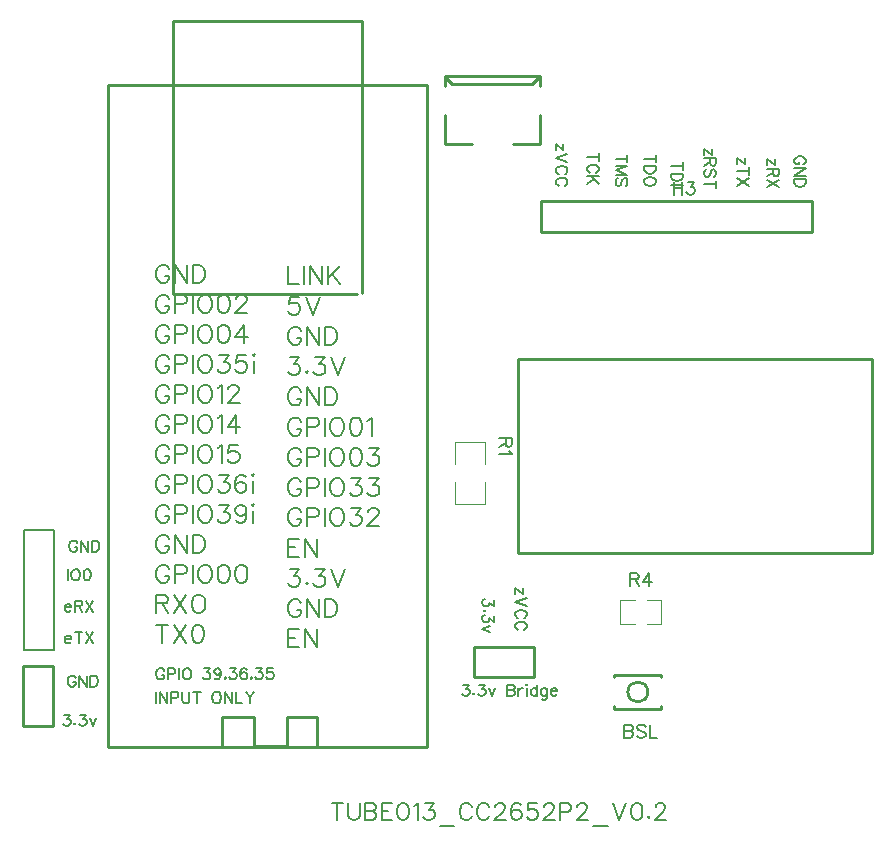
<source format=gto>
G04 Layer: TopSilkLayer*
G04 EasyEDA v6.4.14, 2021-01-21T23:56:56--5:00*
G04 aa685b108e8c4aaab1d0ece7fbf10bdb,7db2125e4611476bb2993bf99425ef50,10*
G04 Gerber Generator version 0.2*
G04 Scale: 100 percent, Rotated: No, Reflected: No *
G04 Dimensions in millimeters *
G04 leading zeros omitted , absolute positions ,4 integer and 5 decimal *
%FSLAX45Y45*%
%MOMM*%

%ADD10C,0.2540*%
%ADD28C,0.0508*%
%ADD29C,0.2032*%
%ADD30C,0.2030*%
%ADD31C,0.1524*%

%LPD*%
D29*
X2854652Y364683D02*
G01*
X2854652Y221427D01*
X2806900Y364683D02*
G01*
X2902404Y364683D01*
X2947362Y364683D02*
G01*
X2947362Y262321D01*
X2954220Y242001D01*
X2967682Y228285D01*
X2988256Y221427D01*
X3001972Y221427D01*
X3022292Y228285D01*
X3036008Y242001D01*
X3042866Y262321D01*
X3042866Y364683D01*
X3087824Y364683D02*
G01*
X3087824Y221427D01*
X3087824Y364683D02*
G01*
X3149292Y364683D01*
X3169612Y357825D01*
X3176470Y350967D01*
X3183328Y337505D01*
X3183328Y323789D01*
X3176470Y310073D01*
X3169612Y303215D01*
X3149292Y296357D01*
X3087824Y296357D02*
G01*
X3149292Y296357D01*
X3169612Y289753D01*
X3176470Y282895D01*
X3183328Y269179D01*
X3183328Y248859D01*
X3176470Y235143D01*
X3169612Y228285D01*
X3149292Y221427D01*
X3087824Y221427D01*
X3228286Y364683D02*
G01*
X3228286Y221427D01*
X3228286Y364683D02*
G01*
X3316932Y364683D01*
X3228286Y296357D02*
G01*
X3282896Y296357D01*
X3228286Y221427D02*
G01*
X3316932Y221427D01*
X3402784Y364683D02*
G01*
X3382464Y357825D01*
X3368748Y337505D01*
X3361890Y303215D01*
X3361890Y282895D01*
X3368748Y248859D01*
X3382464Y228285D01*
X3402784Y221427D01*
X3416500Y221427D01*
X3436820Y228285D01*
X3450536Y248859D01*
X3457394Y282895D01*
X3457394Y303215D01*
X3450536Y337505D01*
X3436820Y357825D01*
X3416500Y364683D01*
X3402784Y364683D01*
X3502352Y337505D02*
G01*
X3516068Y344109D01*
X3536388Y364683D01*
X3536388Y221427D01*
X3595062Y364683D02*
G01*
X3669992Y364683D01*
X3629098Y310073D01*
X3649672Y310073D01*
X3663388Y303215D01*
X3669992Y296357D01*
X3676850Y276037D01*
X3676850Y262321D01*
X3669992Y242001D01*
X3656530Y228285D01*
X3635956Y221427D01*
X3615636Y221427D01*
X3595062Y228285D01*
X3588204Y235143D01*
X3581346Y248859D01*
X3721808Y173675D02*
G01*
X3844744Y173675D01*
X3991810Y330647D02*
G01*
X3985206Y344109D01*
X3971490Y357825D01*
X3957774Y364683D01*
X3930596Y364683D01*
X3916880Y357825D01*
X3903164Y344109D01*
X3896560Y330647D01*
X3889702Y310073D01*
X3889702Y276037D01*
X3896560Y255463D01*
X3903164Y242001D01*
X3916880Y228285D01*
X3930596Y221427D01*
X3957774Y221427D01*
X3971490Y228285D01*
X3985206Y242001D01*
X3991810Y255463D01*
X4139130Y330647D02*
G01*
X4132272Y344109D01*
X4118810Y357825D01*
X4105094Y364683D01*
X4077916Y364683D01*
X4064200Y357825D01*
X4050484Y344109D01*
X4043626Y330647D01*
X4037022Y310073D01*
X4037022Y276037D01*
X4043626Y255463D01*
X4050484Y242001D01*
X4064200Y228285D01*
X4077916Y221427D01*
X4105094Y221427D01*
X4118810Y228285D01*
X4132272Y242001D01*
X4139130Y255463D01*
X4190946Y330647D02*
G01*
X4190946Y337505D01*
X4197804Y350967D01*
X4204662Y357825D01*
X4218378Y364683D01*
X4245556Y364683D01*
X4259272Y357825D01*
X4265876Y350967D01*
X4272734Y337505D01*
X4272734Y323789D01*
X4265876Y310073D01*
X4252414Y289753D01*
X4184088Y221427D01*
X4279592Y221427D01*
X4406338Y344109D02*
G01*
X4399734Y357825D01*
X4379160Y364683D01*
X4365444Y364683D01*
X4345124Y357825D01*
X4331408Y337505D01*
X4324550Y303215D01*
X4324550Y269179D01*
X4331408Y242001D01*
X4345124Y228285D01*
X4365444Y221427D01*
X4372302Y221427D01*
X4392876Y228285D01*
X4406338Y242001D01*
X4413196Y262321D01*
X4413196Y269179D01*
X4406338Y289753D01*
X4392876Y303215D01*
X4372302Y310073D01*
X4365444Y310073D01*
X4345124Y303215D01*
X4331408Y289753D01*
X4324550Y269179D01*
X4540196Y364683D02*
G01*
X4471870Y364683D01*
X4465012Y303215D01*
X4471870Y310073D01*
X4492444Y316931D01*
X4512764Y316931D01*
X4533338Y310073D01*
X4546800Y296357D01*
X4553658Y276037D01*
X4553658Y262321D01*
X4546800Y242001D01*
X4533338Y228285D01*
X4512764Y221427D01*
X4492444Y221427D01*
X4471870Y228285D01*
X4465012Y235143D01*
X4458154Y248859D01*
X4605474Y330647D02*
G01*
X4605474Y337505D01*
X4612332Y350967D01*
X4619190Y357825D01*
X4632906Y364683D01*
X4660084Y364683D01*
X4673800Y357825D01*
X4680658Y350967D01*
X4687262Y337505D01*
X4687262Y323789D01*
X4680658Y310073D01*
X4666942Y289753D01*
X4598616Y221427D01*
X4694120Y221427D01*
X4739078Y364683D02*
G01*
X4739078Y221427D01*
X4739078Y364683D02*
G01*
X4800546Y364683D01*
X4820866Y357825D01*
X4827724Y350967D01*
X4834582Y337505D01*
X4834582Y316931D01*
X4827724Y303215D01*
X4820866Y296357D01*
X4800546Y289753D01*
X4739078Y289753D01*
X4886398Y330647D02*
G01*
X4886398Y337505D01*
X4893256Y350967D01*
X4900114Y357825D01*
X4913830Y364683D01*
X4941008Y364683D01*
X4954724Y357825D01*
X4961328Y350967D01*
X4968186Y337505D01*
X4968186Y323789D01*
X4961328Y310073D01*
X4947866Y289753D01*
X4879540Y221427D01*
X4975044Y221427D01*
X5020002Y173675D02*
G01*
X5142684Y173675D01*
X5187896Y364683D02*
G01*
X5242252Y221427D01*
X5296862Y364683D02*
G01*
X5242252Y221427D01*
X5382714Y364683D02*
G01*
X5362394Y357825D01*
X5348678Y337505D01*
X5341820Y303215D01*
X5341820Y282895D01*
X5348678Y248859D01*
X5362394Y228285D01*
X5382714Y221427D01*
X5396430Y221427D01*
X5417004Y228285D01*
X5430466Y248859D01*
X5437324Y282895D01*
X5437324Y303215D01*
X5430466Y337505D01*
X5417004Y357825D01*
X5396430Y364683D01*
X5382714Y364683D01*
X5489140Y255463D02*
G01*
X5482282Y248859D01*
X5489140Y242001D01*
X5495998Y248859D01*
X5489140Y255463D01*
X5547814Y330647D02*
G01*
X5547814Y337505D01*
X5554672Y350967D01*
X5561530Y357825D01*
X5574992Y364683D01*
X5602424Y364683D01*
X5615886Y357825D01*
X5622744Y350967D01*
X5629602Y337505D01*
X5629602Y323789D01*
X5622744Y310073D01*
X5609282Y289753D01*
X5540956Y221427D01*
X5636460Y221427D01*
X546300Y2020509D02*
G01*
X600910Y2020509D01*
X600910Y2029399D01*
X596338Y2038543D01*
X591766Y2043115D01*
X582622Y2047687D01*
X568906Y2047687D01*
X560016Y2043115D01*
X550872Y2033971D01*
X546300Y2020509D01*
X546300Y2011365D01*
X550872Y1997649D01*
X560016Y1988505D01*
X568906Y1983933D01*
X582622Y1983933D01*
X591766Y1988505D01*
X600910Y1997649D01*
X630882Y2079437D02*
G01*
X630882Y1983933D01*
X630882Y2079437D02*
G01*
X671776Y2079437D01*
X685492Y2074865D01*
X689810Y2070293D01*
X694382Y2061403D01*
X694382Y2052259D01*
X689810Y2043115D01*
X685492Y2038543D01*
X671776Y2033971D01*
X630882Y2033971D01*
X662632Y2033971D02*
G01*
X694382Y1983933D01*
X724608Y2079437D02*
G01*
X788108Y1983933D01*
X788108Y2079437D02*
G01*
X724608Y1983933D01*
X546300Y1753809D02*
G01*
X600910Y1753809D01*
X600910Y1762699D01*
X596338Y1771843D01*
X591766Y1776415D01*
X582622Y1780987D01*
X568906Y1780987D01*
X560016Y1776415D01*
X550872Y1767271D01*
X546300Y1753809D01*
X546300Y1744665D01*
X550872Y1730949D01*
X560016Y1721805D01*
X568906Y1717233D01*
X582622Y1717233D01*
X591766Y1721805D01*
X600910Y1730949D01*
X662632Y1812737D02*
G01*
X662632Y1717233D01*
X630882Y1812737D02*
G01*
X694382Y1812737D01*
X724608Y1812737D02*
G01*
X788108Y1717233D01*
X788108Y1812737D02*
G01*
X724608Y1717233D01*
X571700Y2346137D02*
G01*
X571700Y2250633D01*
X628850Y2346137D02*
G01*
X619960Y2341565D01*
X610816Y2332675D01*
X606244Y2323531D01*
X601672Y2309815D01*
X601672Y2287209D01*
X606244Y2273493D01*
X610816Y2264349D01*
X619960Y2255205D01*
X628850Y2250633D01*
X647138Y2250633D01*
X656282Y2255205D01*
X665426Y2264349D01*
X669998Y2273493D01*
X674316Y2287209D01*
X674316Y2309815D01*
X669998Y2323531D01*
X665426Y2332675D01*
X656282Y2341565D01*
X647138Y2346137D01*
X628850Y2346137D01*
X731720Y2346137D02*
G01*
X718004Y2341565D01*
X708860Y2328103D01*
X704542Y2305243D01*
X704542Y2291781D01*
X708860Y2268921D01*
X718004Y2255205D01*
X731720Y2250633D01*
X740864Y2250633D01*
X754326Y2255205D01*
X763470Y2268921D01*
X768042Y2291781D01*
X768042Y2305243D01*
X763470Y2328103D01*
X754326Y2341565D01*
X740864Y2346137D01*
X731720Y2346137D01*
X652472Y2564831D02*
G01*
X648154Y2573975D01*
X639010Y2582865D01*
X629866Y2587437D01*
X611578Y2587437D01*
X602688Y2582865D01*
X593544Y2573975D01*
X588972Y2564831D01*
X584400Y2551115D01*
X584400Y2528509D01*
X588972Y2514793D01*
X593544Y2505649D01*
X602688Y2496505D01*
X611578Y2491933D01*
X629866Y2491933D01*
X639010Y2496505D01*
X648154Y2505649D01*
X652472Y2514793D01*
X652472Y2528509D01*
X629866Y2528509D02*
G01*
X652472Y2528509D01*
X682698Y2587437D02*
G01*
X682698Y2491933D01*
X682698Y2587437D02*
G01*
X746198Y2491933D01*
X746198Y2587437D02*
G01*
X746198Y2491933D01*
X776170Y2587437D02*
G01*
X776170Y2491933D01*
X776170Y2587437D02*
G01*
X807920Y2587437D01*
X821636Y2582865D01*
X830780Y2573975D01*
X835352Y2564831D01*
X839924Y2551115D01*
X839924Y2528509D01*
X835352Y2514793D01*
X830780Y2505649D01*
X821636Y2496505D01*
X807920Y2491933D01*
X776170Y2491933D01*
X639772Y1421831D02*
G01*
X635454Y1430975D01*
X626310Y1439865D01*
X617166Y1444437D01*
X598878Y1444437D01*
X589988Y1439865D01*
X580844Y1430975D01*
X576272Y1421831D01*
X571700Y1408115D01*
X571700Y1385509D01*
X576272Y1371793D01*
X580844Y1362649D01*
X589988Y1353505D01*
X598878Y1348933D01*
X617166Y1348933D01*
X626310Y1353505D01*
X635454Y1362649D01*
X639772Y1371793D01*
X639772Y1385509D01*
X617166Y1385509D02*
G01*
X639772Y1385509D01*
X669998Y1444437D02*
G01*
X669998Y1348933D01*
X669998Y1444437D02*
G01*
X733498Y1348933D01*
X733498Y1444437D02*
G01*
X733498Y1348933D01*
X763470Y1444437D02*
G01*
X763470Y1348933D01*
X763470Y1444437D02*
G01*
X795220Y1444437D01*
X808936Y1439865D01*
X818080Y1430975D01*
X822652Y1421831D01*
X827224Y1408115D01*
X827224Y1385509D01*
X822652Y1371793D01*
X818080Y1362649D01*
X808936Y1353505D01*
X795220Y1348933D01*
X763470Y1348933D01*
X542744Y1114237D02*
G01*
X592782Y1114237D01*
X565350Y1077915D01*
X579066Y1077915D01*
X588210Y1073343D01*
X592782Y1068771D01*
X597354Y1055309D01*
X597354Y1046165D01*
X592782Y1032449D01*
X583638Y1023305D01*
X569922Y1018733D01*
X556206Y1018733D01*
X542744Y1023305D01*
X538172Y1027877D01*
X533600Y1037021D01*
X631898Y1041593D02*
G01*
X627326Y1037021D01*
X631898Y1032449D01*
X636216Y1037021D01*
X631898Y1041593D01*
X675332Y1114237D02*
G01*
X725370Y1114237D01*
X698192Y1077915D01*
X711908Y1077915D01*
X720798Y1073343D01*
X725370Y1068771D01*
X729942Y1055309D01*
X729942Y1046165D01*
X725370Y1032449D01*
X716226Y1023305D01*
X702764Y1018733D01*
X689048Y1018733D01*
X675332Y1023305D01*
X670760Y1027877D01*
X666442Y1037021D01*
X759914Y1082487D02*
G01*
X787346Y1018733D01*
X814524Y1082487D02*
G01*
X787346Y1018733D01*
X4177738Y2083755D02*
G01*
X4177738Y2033717D01*
X4141416Y2061149D01*
X4141416Y2047433D01*
X4136844Y2038289D01*
X4132272Y2033717D01*
X4118810Y2029145D01*
X4109666Y2029145D01*
X4095950Y2033717D01*
X4086806Y2042861D01*
X4082234Y2056577D01*
X4082234Y2070293D01*
X4086806Y2083755D01*
X4091378Y2088327D01*
X4100522Y2092899D01*
X4105094Y1994601D02*
G01*
X4100522Y1999173D01*
X4095950Y1994601D01*
X4100522Y1990283D01*
X4105094Y1994601D01*
X4177738Y1951167D02*
G01*
X4177738Y1901129D01*
X4141416Y1928307D01*
X4141416Y1914591D01*
X4136844Y1905701D01*
X4132272Y1901129D01*
X4118810Y1896557D01*
X4109666Y1896557D01*
X4095950Y1901129D01*
X4086806Y1910273D01*
X4082234Y1923735D01*
X4082234Y1937451D01*
X4086806Y1951167D01*
X4091378Y1955739D01*
X4100522Y1960057D01*
X4145988Y1866585D02*
G01*
X4082234Y1839153D01*
X4145988Y1811975D02*
G01*
X4082234Y1839153D01*
X4425388Y2131761D02*
G01*
X4361634Y2181799D01*
X4425388Y2181799D02*
G01*
X4425388Y2131761D01*
X4361634Y2181799D02*
G01*
X4361634Y2131761D01*
X4457138Y2101789D02*
G01*
X4361634Y2065467D01*
X4457138Y2029145D02*
G01*
X4361634Y2065467D01*
X4434532Y1930847D02*
G01*
X4443676Y1935419D01*
X4452566Y1944563D01*
X4457138Y1953707D01*
X4457138Y1971741D01*
X4452566Y1980885D01*
X4443676Y1990029D01*
X4434532Y1994601D01*
X4420816Y1999173D01*
X4398210Y1999173D01*
X4384494Y1994601D01*
X4375350Y1990029D01*
X4366206Y1980885D01*
X4361634Y1971741D01*
X4361634Y1953707D01*
X4366206Y1944563D01*
X4375350Y1935419D01*
X4384494Y1930847D01*
X4434532Y1832803D02*
G01*
X4443676Y1837375D01*
X4452566Y1846265D01*
X4457138Y1855409D01*
X4457138Y1873697D01*
X4452566Y1882587D01*
X4443676Y1891731D01*
X4434532Y1896303D01*
X4420816Y1900875D01*
X4398210Y1900875D01*
X4384494Y1896303D01*
X4375350Y1891731D01*
X4366206Y1882587D01*
X4361634Y1873697D01*
X4361634Y1855409D01*
X4366206Y1846265D01*
X4375350Y1837375D01*
X4384494Y1832803D01*
X6796732Y5771327D02*
G01*
X6805876Y5775645D01*
X6814766Y5784789D01*
X6819338Y5793933D01*
X6819338Y5812221D01*
X6814766Y5821111D01*
X6805876Y5830255D01*
X6796732Y5834827D01*
X6783016Y5839399D01*
X6760410Y5839399D01*
X6746694Y5834827D01*
X6737550Y5830255D01*
X6728406Y5821111D01*
X6723834Y5812221D01*
X6723834Y5793933D01*
X6728406Y5784789D01*
X6737550Y5775645D01*
X6746694Y5771327D01*
X6760410Y5771327D01*
X6760410Y5793933D02*
G01*
X6760410Y5771327D01*
X6819338Y5741101D02*
G01*
X6723834Y5741101D01*
X6819338Y5741101D02*
G01*
X6723834Y5677601D01*
X6819338Y5677601D02*
G01*
X6723834Y5677601D01*
X6819338Y5647629D02*
G01*
X6723834Y5647629D01*
X6819338Y5647629D02*
G01*
X6819338Y5615879D01*
X6814766Y5602163D01*
X6805876Y5593019D01*
X6796732Y5588447D01*
X6783016Y5583875D01*
X6760410Y5583875D01*
X6746694Y5588447D01*
X6737550Y5593019D01*
X6728406Y5602163D01*
X6723834Y5615879D01*
X6723834Y5647629D01*
X6558988Y5763961D02*
G01*
X6495234Y5813999D01*
X6558988Y5813999D02*
G01*
X6558988Y5763961D01*
X6495234Y5813999D02*
G01*
X6495234Y5763961D01*
X6590738Y5733989D02*
G01*
X6495234Y5733989D01*
X6590738Y5733989D02*
G01*
X6590738Y5693095D01*
X6586166Y5679379D01*
X6581594Y5674807D01*
X6572704Y5670489D01*
X6563560Y5670489D01*
X6554416Y5674807D01*
X6549844Y5679379D01*
X6545272Y5693095D01*
X6545272Y5733989D01*
X6545272Y5702239D02*
G01*
X6495234Y5670489D01*
X6590738Y5640263D02*
G01*
X6495234Y5576763D01*
X6590738Y5576763D02*
G01*
X6495234Y5640263D01*
X6304988Y5776661D02*
G01*
X6241234Y5826699D01*
X6304988Y5826699D02*
G01*
X6304988Y5776661D01*
X6241234Y5826699D02*
G01*
X6241234Y5776661D01*
X6336738Y5714939D02*
G01*
X6241234Y5714939D01*
X6336738Y5746689D02*
G01*
X6336738Y5683189D01*
X6336738Y5652963D02*
G01*
X6241234Y5589463D01*
X6336738Y5589463D02*
G01*
X6241234Y5652963D01*
X6025588Y5852861D02*
G01*
X5961834Y5902899D01*
X6025588Y5902899D02*
G01*
X6025588Y5852861D01*
X5961834Y5902899D02*
G01*
X5961834Y5852861D01*
X6057338Y5822889D02*
G01*
X5961834Y5822889D01*
X6057338Y5822889D02*
G01*
X6057338Y5781995D01*
X6052766Y5768279D01*
X6048194Y5763707D01*
X6039304Y5759389D01*
X6030160Y5759389D01*
X6021016Y5763707D01*
X6016444Y5768279D01*
X6011872Y5781995D01*
X6011872Y5822889D01*
X6011872Y5791139D02*
G01*
X5961834Y5759389D01*
X6043876Y5665663D02*
G01*
X6052766Y5674807D01*
X6057338Y5688269D01*
X6057338Y5706557D01*
X6052766Y5720273D01*
X6043876Y5729163D01*
X6034732Y5729163D01*
X6025588Y5724591D01*
X6021016Y5720273D01*
X6016444Y5711129D01*
X6007300Y5683697D01*
X6002982Y5674807D01*
X5998410Y5670235D01*
X5989266Y5665663D01*
X5975550Y5665663D01*
X5966406Y5674807D01*
X5961834Y5688269D01*
X5961834Y5706557D01*
X5966406Y5720273D01*
X5975550Y5729163D01*
X6057338Y5603687D02*
G01*
X5961834Y5603687D01*
X6057338Y5635691D02*
G01*
X6057338Y5571937D01*
X5777938Y5756849D02*
G01*
X5682434Y5756849D01*
X5777938Y5788599D02*
G01*
X5777938Y5724845D01*
X5777938Y5694873D02*
G01*
X5682434Y5694873D01*
X5777938Y5694873D02*
G01*
X5777938Y5663123D01*
X5773366Y5649407D01*
X5764476Y5640517D01*
X5755332Y5635945D01*
X5741616Y5631373D01*
X5719010Y5631373D01*
X5705294Y5635945D01*
X5696150Y5640517D01*
X5687006Y5649407D01*
X5682434Y5663123D01*
X5682434Y5694873D01*
X5777938Y5601401D02*
G01*
X5682434Y5601401D01*
X5549338Y5820349D02*
G01*
X5453834Y5820349D01*
X5549338Y5852099D02*
G01*
X5549338Y5788345D01*
X5549338Y5758373D02*
G01*
X5453834Y5758373D01*
X5549338Y5758373D02*
G01*
X5549338Y5726623D01*
X5544766Y5712907D01*
X5535876Y5704017D01*
X5526732Y5699445D01*
X5513016Y5694873D01*
X5490410Y5694873D01*
X5476694Y5699445D01*
X5467550Y5704017D01*
X5458406Y5712907D01*
X5453834Y5726623D01*
X5453834Y5758373D01*
X5549338Y5637469D02*
G01*
X5544766Y5646613D01*
X5535876Y5655757D01*
X5526732Y5660329D01*
X5513016Y5664901D01*
X5490410Y5664901D01*
X5476694Y5660329D01*
X5467550Y5655757D01*
X5458406Y5646613D01*
X5453834Y5637469D01*
X5453834Y5619435D01*
X5458406Y5610291D01*
X5467550Y5601147D01*
X5476694Y5596575D01*
X5490410Y5592003D01*
X5513016Y5592003D01*
X5526732Y5596575D01*
X5535876Y5601147D01*
X5544766Y5610291D01*
X5549338Y5619435D01*
X5549338Y5637469D01*
X5308038Y5820349D02*
G01*
X5212534Y5820349D01*
X5308038Y5852099D02*
G01*
X5308038Y5788345D01*
X5308038Y5758373D02*
G01*
X5212534Y5758373D01*
X5308038Y5758373D02*
G01*
X5212534Y5722051D01*
X5308038Y5685729D02*
G01*
X5212534Y5722051D01*
X5308038Y5685729D02*
G01*
X5212534Y5685729D01*
X5294576Y5592003D02*
G01*
X5303466Y5601147D01*
X5308038Y5614863D01*
X5308038Y5632897D01*
X5303466Y5646613D01*
X5294576Y5655757D01*
X5285432Y5655757D01*
X5276288Y5651185D01*
X5271716Y5646613D01*
X5267144Y5637469D01*
X5258000Y5610291D01*
X5253682Y5601147D01*
X5249110Y5596575D01*
X5239966Y5592003D01*
X5226250Y5592003D01*
X5217106Y5601147D01*
X5212534Y5614863D01*
X5212534Y5632897D01*
X5217106Y5646613D01*
X5226250Y5655757D01*
X5066738Y5833049D02*
G01*
X4971234Y5833049D01*
X5066738Y5864799D02*
G01*
X5066738Y5801045D01*
X5044132Y5703001D02*
G01*
X5053276Y5707573D01*
X5062166Y5716717D01*
X5066738Y5725607D01*
X5066738Y5743895D01*
X5062166Y5753039D01*
X5053276Y5762183D01*
X5044132Y5766501D01*
X5030416Y5771073D01*
X5007810Y5771073D01*
X4994094Y5766501D01*
X4984950Y5762183D01*
X4975806Y5753039D01*
X4971234Y5743895D01*
X4971234Y5725607D01*
X4975806Y5716717D01*
X4984950Y5707573D01*
X4994094Y5703001D01*
X5066738Y5673029D02*
G01*
X4971234Y5673029D01*
X5066738Y5609275D02*
G01*
X5003238Y5673029D01*
X5025844Y5650169D02*
G01*
X4971234Y5609275D01*
X4768288Y5890961D02*
G01*
X4704534Y5940999D01*
X4768288Y5940999D02*
G01*
X4768288Y5890961D01*
X4704534Y5940999D02*
G01*
X4704534Y5890961D01*
X4800038Y5860989D02*
G01*
X4704534Y5824667D01*
X4800038Y5788345D02*
G01*
X4704534Y5824667D01*
X4777432Y5690047D02*
G01*
X4786576Y5694619D01*
X4795466Y5703763D01*
X4800038Y5712907D01*
X4800038Y5730941D01*
X4795466Y5740085D01*
X4786576Y5749229D01*
X4777432Y5753801D01*
X4763716Y5758373D01*
X4741110Y5758373D01*
X4727394Y5753801D01*
X4718250Y5749229D01*
X4709106Y5740085D01*
X4704534Y5730941D01*
X4704534Y5712907D01*
X4709106Y5703763D01*
X4718250Y5694619D01*
X4727394Y5690047D01*
X4777432Y5592003D02*
G01*
X4786576Y5596575D01*
X4795466Y5605465D01*
X4800038Y5614609D01*
X4800038Y5632897D01*
X4795466Y5641787D01*
X4786576Y5650931D01*
X4777432Y5655503D01*
X4763716Y5660075D01*
X4741110Y5660075D01*
X4727394Y5655503D01*
X4718250Y5650931D01*
X4709106Y5641787D01*
X4704534Y5632897D01*
X4704534Y5614609D01*
X4709106Y5605465D01*
X4718250Y5596575D01*
X4727394Y5592003D01*
X3920944Y1368237D02*
G01*
X3970982Y1368237D01*
X3943550Y1331915D01*
X3957266Y1331915D01*
X3966410Y1327343D01*
X3970982Y1322771D01*
X3975554Y1309309D01*
X3975554Y1300165D01*
X3970982Y1286449D01*
X3961838Y1277305D01*
X3948122Y1272733D01*
X3934406Y1272733D01*
X3920944Y1277305D01*
X3916372Y1281877D01*
X3911800Y1291021D01*
X4010098Y1295593D02*
G01*
X4005526Y1291021D01*
X4010098Y1286449D01*
X4014416Y1291021D01*
X4010098Y1295593D01*
X4053532Y1368237D02*
G01*
X4103570Y1368237D01*
X4076392Y1331915D01*
X4090108Y1331915D01*
X4098998Y1327343D01*
X4103570Y1322771D01*
X4108142Y1309309D01*
X4108142Y1300165D01*
X4103570Y1286449D01*
X4094426Y1277305D01*
X4080964Y1272733D01*
X4067248Y1272733D01*
X4053532Y1277305D01*
X4048960Y1281877D01*
X4044642Y1291021D01*
X4138114Y1336487D02*
G01*
X4165546Y1272733D01*
X4192724Y1336487D02*
G01*
X4165546Y1272733D01*
X4292800Y1368237D02*
G01*
X4292800Y1272733D01*
X4292800Y1368237D02*
G01*
X4333694Y1368237D01*
X4347156Y1363665D01*
X4351728Y1359093D01*
X4356300Y1350203D01*
X4356300Y1341059D01*
X4351728Y1331915D01*
X4347156Y1327343D01*
X4333694Y1322771D01*
X4292800Y1322771D02*
G01*
X4333694Y1322771D01*
X4347156Y1318199D01*
X4351728Y1313881D01*
X4356300Y1304737D01*
X4356300Y1291021D01*
X4351728Y1281877D01*
X4347156Y1277305D01*
X4333694Y1272733D01*
X4292800Y1272733D01*
X4386272Y1336487D02*
G01*
X4386272Y1272733D01*
X4386272Y1309309D02*
G01*
X4390844Y1322771D01*
X4399988Y1331915D01*
X4409132Y1336487D01*
X4422594Y1336487D01*
X4452820Y1368237D02*
G01*
X4457138Y1363665D01*
X4461710Y1368237D01*
X4457138Y1372809D01*
X4452820Y1368237D01*
X4457138Y1336487D02*
G01*
X4457138Y1272733D01*
X4546292Y1368237D02*
G01*
X4546292Y1272733D01*
X4546292Y1322771D02*
G01*
X4537148Y1331915D01*
X4528258Y1336487D01*
X4514542Y1336487D01*
X4505398Y1331915D01*
X4496254Y1322771D01*
X4491682Y1309309D01*
X4491682Y1300165D01*
X4496254Y1286449D01*
X4505398Y1277305D01*
X4514542Y1272733D01*
X4528258Y1272733D01*
X4537148Y1277305D01*
X4546292Y1286449D01*
X4630874Y1336487D02*
G01*
X4630874Y1263843D01*
X4626302Y1250127D01*
X4621730Y1245555D01*
X4612586Y1240983D01*
X4599124Y1240983D01*
X4589980Y1245555D01*
X4630874Y1322771D02*
G01*
X4621730Y1331915D01*
X4612586Y1336487D01*
X4599124Y1336487D01*
X4589980Y1331915D01*
X4580836Y1322771D01*
X4576264Y1309309D01*
X4576264Y1300165D01*
X4580836Y1286449D01*
X4589980Y1277305D01*
X4599124Y1272733D01*
X4612586Y1272733D01*
X4621730Y1277305D01*
X4630874Y1286449D01*
X4660846Y1309309D02*
G01*
X4715456Y1309309D01*
X4715456Y1318199D01*
X4710884Y1327343D01*
X4706312Y1331915D01*
X4697168Y1336487D01*
X4683706Y1336487D01*
X4674562Y1331915D01*
X4665418Y1322771D01*
X4660846Y1309309D01*
X4660846Y1300165D01*
X4665418Y1286449D01*
X4674562Y1277305D01*
X4683706Y1272733D01*
X4697168Y1272733D01*
X4706312Y1277305D01*
X4715456Y1286449D01*
D31*
X5702500Y5624515D02*
G01*
X5702500Y5515549D01*
X5775144Y5624515D02*
G01*
X5775144Y5515549D01*
X5702500Y5572699D02*
G01*
X5775144Y5572699D01*
X5819848Y5624515D02*
G01*
X5876998Y5624515D01*
X5846010Y5582859D01*
X5861504Y5582859D01*
X5871918Y5577779D01*
X5876998Y5572699D01*
X5882332Y5556951D01*
X5882332Y5546537D01*
X5876998Y5531043D01*
X5866584Y5520629D01*
X5851090Y5515549D01*
X5835596Y5515549D01*
X5819848Y5520629D01*
X5814768Y5525709D01*
X5809434Y5536123D01*
X4331916Y3451799D02*
G01*
X4222950Y3451799D01*
X4331916Y3451799D02*
G01*
X4331916Y3405063D01*
X4326836Y3389569D01*
X4321502Y3384235D01*
X4311088Y3379155D01*
X4300674Y3379155D01*
X4290260Y3384235D01*
X4285180Y3389569D01*
X4280100Y3405063D01*
X4280100Y3451799D01*
X4280100Y3415477D02*
G01*
X4222950Y3379155D01*
X4311088Y3344865D02*
G01*
X4316422Y3334451D01*
X4331916Y3318703D01*
X4222950Y3318703D01*
X5334276Y2309815D02*
G01*
X5334276Y2200849D01*
X5334276Y2309815D02*
G01*
X5381012Y2309815D01*
X5396506Y2304735D01*
X5401840Y2299401D01*
X5406920Y2288987D01*
X5406920Y2278573D01*
X5401840Y2268159D01*
X5396506Y2263079D01*
X5381012Y2257999D01*
X5334276Y2257999D01*
X5370598Y2257999D02*
G01*
X5406920Y2200849D01*
X5493280Y2309815D02*
G01*
X5441210Y2237171D01*
X5519188Y2237171D01*
X5493280Y2309815D02*
G01*
X5493280Y2200849D01*
D29*
X2438687Y4908743D02*
G01*
X2438687Y4755835D01*
X2438687Y4755835D02*
G01*
X2526063Y4755835D01*
X2574069Y4908743D02*
G01*
X2574069Y4755835D01*
X2622075Y4908743D02*
G01*
X2622075Y4755835D01*
X2622075Y4908743D02*
G01*
X2723675Y4755835D01*
X2723675Y4908743D02*
G01*
X2723675Y4755835D01*
X2771681Y4908743D02*
G01*
X2771681Y4755835D01*
X2873535Y4908743D02*
G01*
X2771681Y4806889D01*
X2808257Y4843211D02*
G01*
X2873535Y4755835D01*
X2526063Y4652627D02*
G01*
X2453165Y4652627D01*
X2446053Y4587095D01*
X2453165Y4594461D01*
X2475009Y4601573D01*
X2496853Y4601573D01*
X2518697Y4594461D01*
X2533175Y4579729D01*
X2540541Y4557885D01*
X2540541Y4543407D01*
X2533175Y4521563D01*
X2518697Y4507085D01*
X2496853Y4499719D01*
X2475009Y4499719D01*
X2453165Y4507085D01*
X2446053Y4514451D01*
X2438687Y4528929D01*
X2588547Y4652627D02*
G01*
X2646713Y4499719D01*
X2704879Y4652627D02*
G01*
X2646713Y4499719D01*
X2547653Y4359932D02*
G01*
X2540541Y4374664D01*
X2526063Y4389142D01*
X2511331Y4396508D01*
X2482375Y4396508D01*
X2467897Y4389142D01*
X2453165Y4374664D01*
X2446053Y4359932D01*
X2438687Y4338342D01*
X2438687Y4301766D01*
X2446053Y4280176D01*
X2453165Y4265444D01*
X2467897Y4250966D01*
X2482375Y4243600D01*
X2511331Y4243600D01*
X2526063Y4250966D01*
X2540541Y4265444D01*
X2547653Y4280176D01*
X2547653Y4301766D01*
X2511331Y4301766D02*
G01*
X2547653Y4301766D01*
X2595659Y4396508D02*
G01*
X2595659Y4243600D01*
X2595659Y4396508D02*
G01*
X2697513Y4243600D01*
X2697513Y4396508D02*
G01*
X2697513Y4243600D01*
X2745519Y4396508D02*
G01*
X2745519Y4243600D01*
X2745519Y4396508D02*
G01*
X2796573Y4396508D01*
X2818417Y4389142D01*
X2832895Y4374664D01*
X2840261Y4359932D01*
X2847373Y4338342D01*
X2847373Y4301766D01*
X2840261Y4280176D01*
X2832895Y4265444D01*
X2818417Y4250966D01*
X2796573Y4243600D01*
X2745519Y4243600D01*
X2453165Y4140393D02*
G01*
X2533175Y4140393D01*
X2489487Y4082227D01*
X2511331Y4082227D01*
X2526063Y4074861D01*
X2533175Y4067495D01*
X2540541Y4045651D01*
X2540541Y4031173D01*
X2533175Y4009329D01*
X2518697Y3994851D01*
X2496853Y3987485D01*
X2475009Y3987485D01*
X2453165Y3994851D01*
X2446053Y4002217D01*
X2438687Y4016695D01*
X2595659Y4024061D02*
G01*
X2588547Y4016695D01*
X2595659Y4009329D01*
X2603025Y4016695D01*
X2595659Y4024061D01*
X2665509Y4140393D02*
G01*
X2745519Y4140393D01*
X2702085Y4082227D01*
X2723675Y4082227D01*
X2738407Y4074861D01*
X2745519Y4067495D01*
X2752885Y4045651D01*
X2752885Y4031173D01*
X2745519Y4009329D01*
X2731041Y3994851D01*
X2709197Y3987485D01*
X2687353Y3987485D01*
X2665509Y3994851D01*
X2658397Y4002217D01*
X2651031Y4016695D01*
X2800891Y4140393D02*
G01*
X2859057Y3987485D01*
X2917223Y4140393D02*
G01*
X2859057Y3987485D01*
X2547653Y3847701D02*
G01*
X2540541Y3862433D01*
X2526063Y3876911D01*
X2511331Y3884277D01*
X2482375Y3884277D01*
X2467897Y3876911D01*
X2453165Y3862433D01*
X2446053Y3847701D01*
X2438687Y3826111D01*
X2438687Y3789535D01*
X2446053Y3767945D01*
X2453165Y3753213D01*
X2467897Y3738735D01*
X2482375Y3731369D01*
X2511331Y3731369D01*
X2526063Y3738735D01*
X2540541Y3753213D01*
X2547653Y3767945D01*
X2547653Y3789535D01*
X2511331Y3789535D02*
G01*
X2547653Y3789535D01*
X2595659Y3884277D02*
G01*
X2595659Y3731369D01*
X2595659Y3884277D02*
G01*
X2697513Y3731369D01*
X2697513Y3884277D02*
G01*
X2697513Y3731369D01*
X2745519Y3884277D02*
G01*
X2745519Y3731369D01*
X2745519Y3884277D02*
G01*
X2796573Y3884277D01*
X2818417Y3876911D01*
X2832895Y3862433D01*
X2840261Y3847701D01*
X2847373Y3826111D01*
X2847373Y3789535D01*
X2840261Y3767945D01*
X2832895Y3753213D01*
X2818417Y3738735D01*
X2796573Y3731369D01*
X2745519Y3731369D01*
X2547736Y3591750D02*
G01*
X2540624Y3606228D01*
X2525892Y3620706D01*
X2511414Y3628072D01*
X2482204Y3628072D01*
X2467726Y3620706D01*
X2453248Y3606228D01*
X2445882Y3591750D01*
X2438770Y3569906D01*
X2438770Y3533584D01*
X2445882Y3511740D01*
X2453248Y3497262D01*
X2467726Y3482530D01*
X2482204Y3475418D01*
X2511414Y3475418D01*
X2525892Y3482530D01*
X2540624Y3497262D01*
X2547736Y3511740D01*
X2547736Y3533584D01*
X2511414Y3533584D02*
G01*
X2547736Y3533584D01*
X2595742Y3628072D02*
G01*
X2595742Y3475418D01*
X2595742Y3628072D02*
G01*
X2661274Y3628072D01*
X2683118Y3620706D01*
X2690230Y3613594D01*
X2697596Y3598862D01*
X2697596Y3577272D01*
X2690230Y3562540D01*
X2683118Y3555428D01*
X2661274Y3548062D01*
X2595742Y3548062D01*
X2745602Y3628072D02*
G01*
X2745602Y3475418D01*
X2837296Y3628072D02*
G01*
X2822564Y3620706D01*
X2808086Y3606228D01*
X2800974Y3591750D01*
X2793608Y3569906D01*
X2793608Y3533584D01*
X2800974Y3511740D01*
X2808086Y3497262D01*
X2822564Y3482530D01*
X2837296Y3475418D01*
X2866252Y3475418D01*
X2880984Y3482530D01*
X2895462Y3497262D01*
X2902574Y3511740D01*
X2909940Y3533584D01*
X2909940Y3569906D01*
X2902574Y3591750D01*
X2895462Y3606228D01*
X2880984Y3620706D01*
X2866252Y3628072D01*
X2837296Y3628072D01*
X3001634Y3628072D02*
G01*
X2979790Y3620706D01*
X2965312Y3598862D01*
X2957946Y3562540D01*
X2957946Y3540696D01*
X2965312Y3504374D01*
X2979790Y3482530D01*
X3001634Y3475418D01*
X3016112Y3475418D01*
X3037956Y3482530D01*
X3052434Y3504374D01*
X3059800Y3540696D01*
X3059800Y3562540D01*
X3052434Y3598862D01*
X3037956Y3620706D01*
X3016112Y3628072D01*
X3001634Y3628072D01*
X3107806Y3598862D02*
G01*
X3122284Y3606228D01*
X3144128Y3628072D01*
X3144128Y3475418D01*
X2547653Y3335634D02*
G01*
X2540541Y3350112D01*
X2526063Y3364590D01*
X2511331Y3371956D01*
X2482375Y3371956D01*
X2467897Y3364590D01*
X2453165Y3350112D01*
X2446053Y3335634D01*
X2438687Y3313790D01*
X2438687Y3277468D01*
X2446053Y3255624D01*
X2453165Y3241146D01*
X2467897Y3226414D01*
X2482375Y3219302D01*
X2511331Y3219302D01*
X2526063Y3226414D01*
X2540541Y3241146D01*
X2547653Y3255624D01*
X2547653Y3277468D01*
X2511331Y3277468D02*
G01*
X2547653Y3277468D01*
X2595659Y3371956D02*
G01*
X2595659Y3219302D01*
X2595659Y3371956D02*
G01*
X2661191Y3371956D01*
X2683035Y3364590D01*
X2690401Y3357478D01*
X2697513Y3342746D01*
X2697513Y3321156D01*
X2690401Y3306424D01*
X2683035Y3299312D01*
X2661191Y3291946D01*
X2595659Y3291946D01*
X2745519Y3371956D02*
G01*
X2745519Y3219302D01*
X2837213Y3371956D02*
G01*
X2822735Y3364590D01*
X2808257Y3350112D01*
X2800891Y3335634D01*
X2793525Y3313790D01*
X2793525Y3277468D01*
X2800891Y3255624D01*
X2808257Y3241146D01*
X2822735Y3226414D01*
X2837213Y3219302D01*
X2866423Y3219302D01*
X2880901Y3226414D01*
X2895379Y3241146D01*
X2902745Y3255624D01*
X2909857Y3277468D01*
X2909857Y3313790D01*
X2902745Y3335634D01*
X2895379Y3350112D01*
X2880901Y3364590D01*
X2866423Y3371956D01*
X2837213Y3371956D01*
X3001551Y3371956D02*
G01*
X2979707Y3364590D01*
X2965229Y3342746D01*
X2957863Y3306424D01*
X2957863Y3284580D01*
X2965229Y3248258D01*
X2979707Y3226414D01*
X3001551Y3219302D01*
X3016029Y3219302D01*
X3037873Y3226414D01*
X3052605Y3248258D01*
X3059717Y3284580D01*
X3059717Y3306424D01*
X3052605Y3342746D01*
X3037873Y3364590D01*
X3016029Y3371956D01*
X3001551Y3371956D01*
X3122201Y3371956D02*
G01*
X3202211Y3371956D01*
X3158777Y3313790D01*
X3180621Y3313790D01*
X3195099Y3306424D01*
X3202211Y3299312D01*
X3209577Y3277468D01*
X3209577Y3262736D01*
X3202211Y3241146D01*
X3187733Y3226414D01*
X3165889Y3219302D01*
X3144045Y3219302D01*
X3122201Y3226414D01*
X3115089Y3233780D01*
X3107723Y3248258D01*
X2547823Y3079518D02*
G01*
X2540457Y3093996D01*
X2525979Y3108474D01*
X2511501Y3115840D01*
X2482291Y3115840D01*
X2467813Y3108474D01*
X2453335Y3093996D01*
X2445969Y3079518D01*
X2438603Y3057674D01*
X2438603Y3021352D01*
X2445969Y2999508D01*
X2453335Y2985030D01*
X2467813Y2970298D01*
X2482291Y2963186D01*
X2511501Y2963186D01*
X2525979Y2970298D01*
X2540457Y2985030D01*
X2547823Y2999508D01*
X2547823Y3021352D01*
X2511501Y3021352D02*
G01*
X2547823Y3021352D01*
X2595829Y3115840D02*
G01*
X2595829Y2963186D01*
X2595829Y3115840D02*
G01*
X2661107Y3115840D01*
X2682951Y3108474D01*
X2690317Y3101362D01*
X2697683Y3086630D01*
X2697683Y3065040D01*
X2690317Y3050308D01*
X2682951Y3043196D01*
X2661107Y3035830D01*
X2595829Y3035830D01*
X2745689Y3115840D02*
G01*
X2745689Y2963186D01*
X2837129Y3115840D02*
G01*
X2822651Y3108474D01*
X2808173Y3093996D01*
X2800807Y3079518D01*
X2793695Y3057674D01*
X2793695Y3021352D01*
X2800807Y2999508D01*
X2808173Y2985030D01*
X2822651Y2970298D01*
X2837129Y2963186D01*
X2866339Y2963186D01*
X2880817Y2970298D01*
X2895295Y2985030D01*
X2902661Y2999508D01*
X2910027Y3021352D01*
X2910027Y3057674D01*
X2902661Y3079518D01*
X2895295Y3093996D01*
X2880817Y3108474D01*
X2866339Y3115840D01*
X2837129Y3115840D01*
X2972511Y3115840D02*
G01*
X3052521Y3115840D01*
X3008833Y3057674D01*
X3030677Y3057674D01*
X3045155Y3050308D01*
X3052521Y3043196D01*
X3059887Y3021352D01*
X3059887Y3006620D01*
X3052521Y2985030D01*
X3038043Y2970298D01*
X3016199Y2963186D01*
X2994355Y2963186D01*
X2972511Y2970298D01*
X2965145Y2977664D01*
X2958033Y2992142D01*
X3122371Y3115840D02*
G01*
X3202381Y3115840D01*
X3158693Y3057674D01*
X3180537Y3057674D01*
X3195015Y3050308D01*
X3202381Y3043196D01*
X3209493Y3021352D01*
X3209493Y3006620D01*
X3202381Y2985030D01*
X3187903Y2970298D01*
X3166059Y2963186D01*
X3144215Y2963186D01*
X3122371Y2970298D01*
X3115005Y2977664D01*
X3107893Y2992142D01*
X2547650Y2827467D02*
G01*
X2540538Y2842199D01*
X2525806Y2856677D01*
X2511328Y2864043D01*
X2482118Y2864043D01*
X2467640Y2856677D01*
X2453162Y2842199D01*
X2445796Y2827467D01*
X2438684Y2805877D01*
X2438684Y2769301D01*
X2445796Y2747711D01*
X2453162Y2732979D01*
X2467640Y2718501D01*
X2482118Y2711135D01*
X2511328Y2711135D01*
X2525806Y2718501D01*
X2540538Y2732979D01*
X2547650Y2747711D01*
X2547650Y2769301D01*
X2511328Y2769301D02*
G01*
X2547650Y2769301D01*
X2595656Y2864043D02*
G01*
X2595656Y2711135D01*
X2595656Y2864043D02*
G01*
X2661188Y2864043D01*
X2683032Y2856677D01*
X2690144Y2849311D01*
X2697510Y2834833D01*
X2697510Y2812989D01*
X2690144Y2798511D01*
X2683032Y2791145D01*
X2661188Y2784033D01*
X2595656Y2784033D01*
X2745516Y2864043D02*
G01*
X2745516Y2711135D01*
X2837210Y2864043D02*
G01*
X2822478Y2856677D01*
X2808000Y2842199D01*
X2800888Y2827467D01*
X2793522Y2805877D01*
X2793522Y2769301D01*
X2800888Y2747711D01*
X2808000Y2732979D01*
X2822478Y2718501D01*
X2837210Y2711135D01*
X2866166Y2711135D01*
X2880898Y2718501D01*
X2895376Y2732979D01*
X2902488Y2747711D01*
X2909854Y2769301D01*
X2909854Y2805877D01*
X2902488Y2827467D01*
X2895376Y2842199D01*
X2880898Y2856677D01*
X2866166Y2864043D01*
X2837210Y2864043D01*
X2972338Y2864043D02*
G01*
X3052348Y2864043D01*
X3008660Y2805877D01*
X3030504Y2805877D01*
X3045236Y2798511D01*
X3052348Y2791145D01*
X3059714Y2769301D01*
X3059714Y2754823D01*
X3052348Y2732979D01*
X3037870Y2718501D01*
X3016026Y2711135D01*
X2994182Y2711135D01*
X2972338Y2718501D01*
X2965226Y2725867D01*
X2957860Y2740345D01*
X3115086Y2827467D02*
G01*
X3115086Y2834833D01*
X3122198Y2849311D01*
X3129564Y2856677D01*
X3144042Y2864043D01*
X3173252Y2864043D01*
X3187730Y2856677D01*
X3194842Y2849311D01*
X3202208Y2834833D01*
X3202208Y2820355D01*
X3194842Y2805877D01*
X3180364Y2784033D01*
X3107720Y2711135D01*
X3209574Y2711135D01*
X2438687Y2603693D02*
G01*
X2438687Y2450785D01*
X2438687Y2603693D02*
G01*
X2533175Y2603693D01*
X2438687Y2530795D02*
G01*
X2496853Y2530795D01*
X2438687Y2450785D02*
G01*
X2533175Y2450785D01*
X2581181Y2603693D02*
G01*
X2581181Y2450785D01*
X2581181Y2603693D02*
G01*
X2683035Y2450785D01*
X2683035Y2603693D02*
G01*
X2683035Y2450785D01*
X2453165Y2347577D02*
G01*
X2533175Y2347577D01*
X2489487Y2289411D01*
X2511331Y2289411D01*
X2526063Y2282045D01*
X2533175Y2274679D01*
X2540541Y2252835D01*
X2540541Y2238357D01*
X2533175Y2216513D01*
X2518697Y2202035D01*
X2496853Y2194669D01*
X2475009Y2194669D01*
X2453165Y2202035D01*
X2446053Y2209401D01*
X2438687Y2223879D01*
X2595659Y2231245D02*
G01*
X2588547Y2223879D01*
X2595659Y2216513D01*
X2603025Y2223879D01*
X2595659Y2231245D01*
X2665509Y2347577D02*
G01*
X2745519Y2347577D01*
X2702085Y2289411D01*
X2723675Y2289411D01*
X2738407Y2282045D01*
X2745519Y2274679D01*
X2752885Y2252835D01*
X2752885Y2238357D01*
X2745519Y2216513D01*
X2731041Y2202035D01*
X2709197Y2194669D01*
X2687353Y2194669D01*
X2665509Y2202035D01*
X2658397Y2209401D01*
X2651031Y2223879D01*
X2800891Y2347577D02*
G01*
X2859057Y2194669D01*
X2917223Y2347577D02*
G01*
X2859057Y2194669D01*
X2547653Y2054882D02*
G01*
X2540541Y2069614D01*
X2526063Y2084092D01*
X2511331Y2091458D01*
X2482375Y2091458D01*
X2467897Y2084092D01*
X2453165Y2069614D01*
X2446053Y2054882D01*
X2438687Y2033292D01*
X2438687Y1996716D01*
X2446053Y1975126D01*
X2453165Y1960394D01*
X2467897Y1945916D01*
X2482375Y1938550D01*
X2511331Y1938550D01*
X2526063Y1945916D01*
X2540541Y1960394D01*
X2547653Y1975126D01*
X2547653Y1996716D01*
X2511331Y1996716D02*
G01*
X2547653Y1996716D01*
X2595659Y2091458D02*
G01*
X2595659Y1938550D01*
X2595659Y2091458D02*
G01*
X2697513Y1938550D01*
X2697513Y2091458D02*
G01*
X2697513Y1938550D01*
X2745519Y2091458D02*
G01*
X2745519Y1938550D01*
X2745519Y2091458D02*
G01*
X2796573Y2091458D01*
X2818417Y2084092D01*
X2832895Y2069614D01*
X2840261Y2054882D01*
X2847373Y2033292D01*
X2847373Y1996716D01*
X2840261Y1975126D01*
X2832895Y1960394D01*
X2818417Y1945916D01*
X2796573Y1938550D01*
X2745519Y1938550D01*
X2438687Y1835343D02*
G01*
X2438687Y1682435D01*
X2438687Y1835343D02*
G01*
X2533175Y1835343D01*
X2438687Y1762445D02*
G01*
X2496853Y1762445D01*
X2438687Y1682435D02*
G01*
X2533175Y1682435D01*
X2581181Y1835343D02*
G01*
X2581181Y1682435D01*
X2581181Y1835343D02*
G01*
X2683035Y1682435D01*
X2683035Y1835343D02*
G01*
X2683035Y1682435D01*
X1371714Y1873443D02*
G01*
X1371714Y1720535D01*
X1320914Y1873443D02*
G01*
X1422768Y1873443D01*
X1470774Y1873443D02*
G01*
X1572628Y1720535D01*
X1572628Y1873443D02*
G01*
X1470774Y1720535D01*
X1664068Y1873443D02*
G01*
X1642478Y1866077D01*
X1627746Y1844233D01*
X1620634Y1807911D01*
X1620634Y1786067D01*
X1627746Y1749745D01*
X1642478Y1727901D01*
X1664068Y1720535D01*
X1678800Y1720535D01*
X1700644Y1727901D01*
X1715122Y1749745D01*
X1722488Y1786067D01*
X1722488Y1807911D01*
X1715122Y1844233D01*
X1700644Y1866077D01*
X1678800Y1873443D01*
X1664068Y1873443D01*
X1320914Y2127443D02*
G01*
X1320914Y1974535D01*
X1320914Y2127443D02*
G01*
X1386192Y2127443D01*
X1408036Y2120077D01*
X1415402Y2112711D01*
X1422768Y2098233D01*
X1422768Y2083755D01*
X1415402Y2069277D01*
X1408036Y2061911D01*
X1386192Y2054545D01*
X1320914Y2054545D01*
X1371714Y2054545D02*
G01*
X1422768Y1974535D01*
X1470520Y2127443D02*
G01*
X1572374Y1974535D01*
X1572374Y2127443D02*
G01*
X1470520Y1974535D01*
X1664068Y2127443D02*
G01*
X1649590Y2120077D01*
X1635112Y2105599D01*
X1627746Y2090867D01*
X1620380Y2069277D01*
X1620380Y2032701D01*
X1627746Y2011111D01*
X1635112Y1996379D01*
X1649590Y1981901D01*
X1664068Y1974535D01*
X1693278Y1974535D01*
X1707756Y1981901D01*
X1722234Y1996379D01*
X1729600Y2011111D01*
X1736712Y2032701D01*
X1736712Y2069277D01*
X1729600Y2090867D01*
X1722234Y2105599D01*
X1707756Y2120077D01*
X1693278Y2127443D01*
X1664068Y2127443D01*
X1430136Y2344864D02*
G01*
X1422770Y2359596D01*
X1408292Y2374074D01*
X1393814Y2381440D01*
X1364604Y2381440D01*
X1350126Y2374074D01*
X1335648Y2359596D01*
X1328282Y2344864D01*
X1320916Y2323274D01*
X1320916Y2286698D01*
X1328282Y2265108D01*
X1335648Y2250376D01*
X1350126Y2235898D01*
X1364604Y2228532D01*
X1393814Y2228532D01*
X1408292Y2235898D01*
X1422770Y2250376D01*
X1430136Y2265108D01*
X1430136Y2286698D01*
X1393814Y2286698D02*
G01*
X1430136Y2286698D01*
X1478142Y2381440D02*
G01*
X1478142Y2228532D01*
X1478142Y2381440D02*
G01*
X1543420Y2381440D01*
X1565264Y2374074D01*
X1572630Y2366708D01*
X1579996Y2352230D01*
X1579996Y2330386D01*
X1572630Y2315908D01*
X1565264Y2308542D01*
X1543420Y2301430D01*
X1478142Y2301430D01*
X1628002Y2381440D02*
G01*
X1628002Y2228532D01*
X1719442Y2381440D02*
G01*
X1704964Y2374074D01*
X1690486Y2359596D01*
X1683120Y2344864D01*
X1676008Y2323274D01*
X1676008Y2286698D01*
X1683120Y2265108D01*
X1690486Y2250376D01*
X1704964Y2235898D01*
X1719442Y2228532D01*
X1748652Y2228532D01*
X1763130Y2235898D01*
X1777608Y2250376D01*
X1784974Y2265108D01*
X1792340Y2286698D01*
X1792340Y2323274D01*
X1784974Y2344864D01*
X1777608Y2359596D01*
X1763130Y2374074D01*
X1748652Y2381440D01*
X1719442Y2381440D01*
X1884034Y2381440D02*
G01*
X1862190Y2374074D01*
X1847458Y2352230D01*
X1840346Y2315908D01*
X1840346Y2294064D01*
X1847458Y2257742D01*
X1862190Y2235898D01*
X1884034Y2228532D01*
X1898512Y2228532D01*
X1920356Y2235898D01*
X1934834Y2257742D01*
X1942200Y2294064D01*
X1942200Y2315908D01*
X1934834Y2352230D01*
X1920356Y2374074D01*
X1898512Y2381440D01*
X1884034Y2381440D01*
X2033640Y2381440D02*
G01*
X2011796Y2374074D01*
X1997318Y2352230D01*
X1990206Y2315908D01*
X1990206Y2294064D01*
X1997318Y2257742D01*
X2011796Y2235898D01*
X2033640Y2228532D01*
X2048372Y2228532D01*
X2070216Y2235898D01*
X2084694Y2257742D01*
X2091806Y2294064D01*
X2091806Y2315908D01*
X2084694Y2352230D01*
X2070216Y2374074D01*
X2048372Y2381440D01*
X2033640Y2381440D01*
X1429882Y2598864D02*
G01*
X1422770Y2613596D01*
X1408292Y2628074D01*
X1393560Y2635440D01*
X1364604Y2635440D01*
X1350126Y2628074D01*
X1335394Y2613596D01*
X1328282Y2598864D01*
X1320916Y2577274D01*
X1320916Y2540698D01*
X1328282Y2519108D01*
X1335394Y2504376D01*
X1350126Y2489898D01*
X1364604Y2482532D01*
X1393560Y2482532D01*
X1408292Y2489898D01*
X1422770Y2504376D01*
X1429882Y2519108D01*
X1429882Y2540698D01*
X1393560Y2540698D02*
G01*
X1429882Y2540698D01*
X1477888Y2635440D02*
G01*
X1477888Y2482532D01*
X1477888Y2635440D02*
G01*
X1579742Y2482532D01*
X1579742Y2635440D02*
G01*
X1579742Y2482532D01*
X1627748Y2635440D02*
G01*
X1627748Y2482532D01*
X1627748Y2635440D02*
G01*
X1678802Y2635440D01*
X1700646Y2628074D01*
X1715124Y2613596D01*
X1722490Y2598864D01*
X1729602Y2577274D01*
X1729602Y2540698D01*
X1722490Y2519108D01*
X1715124Y2504376D01*
X1700646Y2489898D01*
X1678802Y2482532D01*
X1627748Y2482532D01*
X1430042Y2853034D02*
G01*
X1422676Y2867512D01*
X1408198Y2881990D01*
X1393466Y2889356D01*
X1364510Y2889356D01*
X1350032Y2881990D01*
X1335300Y2867512D01*
X1328188Y2853034D01*
X1320822Y2831190D01*
X1320822Y2794868D01*
X1328188Y2773024D01*
X1335300Y2758546D01*
X1350032Y2743814D01*
X1364510Y2736702D01*
X1393466Y2736702D01*
X1408198Y2743814D01*
X1422676Y2758546D01*
X1430042Y2773024D01*
X1430042Y2794868D01*
X1393466Y2794868D02*
G01*
X1430042Y2794868D01*
X1477794Y2889356D02*
G01*
X1477794Y2736702D01*
X1477794Y2889356D02*
G01*
X1543326Y2889356D01*
X1565170Y2881990D01*
X1572536Y2874878D01*
X1579648Y2860146D01*
X1579648Y2838556D01*
X1572536Y2823824D01*
X1565170Y2816712D01*
X1543326Y2809346D01*
X1477794Y2809346D01*
X1627654Y2889356D02*
G01*
X1627654Y2736702D01*
X1719348Y2889356D02*
G01*
X1704870Y2881990D01*
X1690392Y2867512D01*
X1683026Y2853034D01*
X1675660Y2831190D01*
X1675660Y2794868D01*
X1683026Y2773024D01*
X1690392Y2758546D01*
X1704870Y2743814D01*
X1719348Y2736702D01*
X1748558Y2736702D01*
X1763036Y2743814D01*
X1777514Y2758546D01*
X1784880Y2773024D01*
X1791992Y2794868D01*
X1791992Y2831190D01*
X1784880Y2853034D01*
X1777514Y2867512D01*
X1763036Y2881990D01*
X1748558Y2889356D01*
X1719348Y2889356D01*
X1854730Y2889356D02*
G01*
X1934740Y2889356D01*
X1891052Y2831190D01*
X1912896Y2831190D01*
X1927374Y2823824D01*
X1934740Y2816712D01*
X1941852Y2794868D01*
X1941852Y2780136D01*
X1934740Y2758546D01*
X1920008Y2743814D01*
X1898164Y2736702D01*
X1876574Y2736702D01*
X1854730Y2743814D01*
X1847364Y2751180D01*
X1839998Y2765658D01*
X2084346Y2838556D02*
G01*
X2077234Y2816712D01*
X2062756Y2801980D01*
X2040912Y2794868D01*
X2033546Y2794868D01*
X2011702Y2801980D01*
X1997224Y2816712D01*
X1989858Y2838556D01*
X1989858Y2845668D01*
X1997224Y2867512D01*
X2011702Y2881990D01*
X2033546Y2889356D01*
X2040912Y2889356D01*
X2062756Y2881990D01*
X2077234Y2867512D01*
X2084346Y2838556D01*
X2084346Y2801980D01*
X2077234Y2765658D01*
X2062756Y2743814D01*
X2040912Y2736702D01*
X2026180Y2736702D01*
X2004590Y2743814D01*
X1997224Y2758546D01*
X2132352Y2889356D02*
G01*
X2139718Y2881990D01*
X2147084Y2889356D01*
X2139718Y2896722D01*
X2132352Y2889356D01*
X2139718Y2838556D02*
G01*
X2139718Y2736702D01*
X1430210Y3106867D02*
G01*
X1422844Y3121599D01*
X1408366Y3136077D01*
X1393634Y3143443D01*
X1364678Y3143443D01*
X1350200Y3136077D01*
X1335468Y3121599D01*
X1328356Y3106867D01*
X1320990Y3085277D01*
X1320990Y3048701D01*
X1328356Y3027111D01*
X1335468Y3012379D01*
X1350200Y2997901D01*
X1364678Y2990535D01*
X1393634Y2990535D01*
X1408366Y2997901D01*
X1422844Y3012379D01*
X1430210Y3027111D01*
X1430210Y3048701D01*
X1393634Y3048701D02*
G01*
X1430210Y3048701D01*
X1477962Y3143443D02*
G01*
X1477962Y2990535D01*
X1477962Y3143443D02*
G01*
X1543494Y3143443D01*
X1565338Y3136077D01*
X1572704Y3128711D01*
X1579816Y3114233D01*
X1579816Y3092389D01*
X1572704Y3077911D01*
X1565338Y3070545D01*
X1543494Y3063433D01*
X1477962Y3063433D01*
X1627822Y3143443D02*
G01*
X1627822Y2990535D01*
X1719516Y3143443D02*
G01*
X1705038Y3136077D01*
X1690560Y3121599D01*
X1683194Y3106867D01*
X1675828Y3085277D01*
X1675828Y3048701D01*
X1683194Y3027111D01*
X1690560Y3012379D01*
X1705038Y2997901D01*
X1719516Y2990535D01*
X1748726Y2990535D01*
X1763204Y2997901D01*
X1777682Y3012379D01*
X1785048Y3027111D01*
X1792160Y3048701D01*
X1792160Y3085277D01*
X1785048Y3106867D01*
X1777682Y3121599D01*
X1763204Y3136077D01*
X1748726Y3143443D01*
X1719516Y3143443D01*
X1854898Y3143443D02*
G01*
X1934908Y3143443D01*
X1891220Y3085277D01*
X1913064Y3085277D01*
X1927542Y3077911D01*
X1934908Y3070545D01*
X1942020Y3048701D01*
X1942020Y3034223D01*
X1934908Y3012379D01*
X1920176Y2997901D01*
X1898332Y2990535D01*
X1876742Y2990535D01*
X1854898Y2997901D01*
X1847532Y3005267D01*
X1840166Y3019745D01*
X2077402Y3121599D02*
G01*
X2070036Y3136077D01*
X2048192Y3143443D01*
X2033714Y3143443D01*
X2011870Y3136077D01*
X1997392Y3114233D01*
X1990026Y3077911D01*
X1990026Y3041589D01*
X1997392Y3012379D01*
X2011870Y2997901D01*
X2033714Y2990535D01*
X2041080Y2990535D01*
X2062924Y2997901D01*
X2077402Y3012379D01*
X2084514Y3034223D01*
X2084514Y3041589D01*
X2077402Y3063433D01*
X2062924Y3077911D01*
X2041080Y3085277D01*
X2033714Y3085277D01*
X2011870Y3077911D01*
X1997392Y3063433D01*
X1990026Y3041589D01*
X2132520Y3143443D02*
G01*
X2139886Y3136077D01*
X2147252Y3143443D01*
X2139886Y3150555D01*
X2132520Y3143443D01*
X2139886Y3092389D02*
G01*
X2139886Y2990535D01*
X1429882Y3360859D02*
G01*
X1422770Y3375591D01*
X1408292Y3390069D01*
X1393560Y3397435D01*
X1364604Y3397435D01*
X1350126Y3390069D01*
X1335394Y3375591D01*
X1328282Y3360859D01*
X1320916Y3339269D01*
X1320916Y3302693D01*
X1328282Y3281103D01*
X1335394Y3266371D01*
X1350126Y3251893D01*
X1364604Y3244527D01*
X1393560Y3244527D01*
X1408292Y3251893D01*
X1422770Y3266371D01*
X1429882Y3281103D01*
X1429882Y3302693D01*
X1393560Y3302693D02*
G01*
X1429882Y3302693D01*
X1477888Y3397435D02*
G01*
X1477888Y3244527D01*
X1477888Y3397435D02*
G01*
X1543420Y3397435D01*
X1565264Y3390069D01*
X1572630Y3382703D01*
X1579742Y3368225D01*
X1579742Y3346381D01*
X1572630Y3331903D01*
X1565264Y3324537D01*
X1543420Y3317425D01*
X1477888Y3317425D01*
X1627748Y3397435D02*
G01*
X1627748Y3244527D01*
X1719442Y3397435D02*
G01*
X1704964Y3390069D01*
X1690486Y3375591D01*
X1683120Y3360859D01*
X1675754Y3339269D01*
X1675754Y3302693D01*
X1683120Y3281103D01*
X1690486Y3266371D01*
X1704964Y3251893D01*
X1719442Y3244527D01*
X1748652Y3244527D01*
X1763130Y3251893D01*
X1777608Y3266371D01*
X1784974Y3281103D01*
X1792086Y3302693D01*
X1792086Y3339269D01*
X1784974Y3360859D01*
X1777608Y3375591D01*
X1763130Y3390069D01*
X1748652Y3397435D01*
X1719442Y3397435D01*
X1840092Y3368225D02*
G01*
X1854824Y3375591D01*
X1876668Y3397435D01*
X1876668Y3244527D01*
X2011796Y3397435D02*
G01*
X1939152Y3397435D01*
X1931786Y3331903D01*
X1939152Y3339269D01*
X1960996Y3346381D01*
X1982840Y3346381D01*
X2004430Y3339269D01*
X2019162Y3324537D01*
X2026274Y3302693D01*
X2026274Y3288215D01*
X2019162Y3266371D01*
X2004430Y3251893D01*
X1982840Y3244527D01*
X1960996Y3244527D01*
X1939152Y3251893D01*
X1931786Y3259259D01*
X1924674Y3273737D01*
X1429882Y3614859D02*
G01*
X1422770Y3629591D01*
X1408038Y3644069D01*
X1393560Y3651435D01*
X1364350Y3651435D01*
X1349872Y3644069D01*
X1335394Y3629591D01*
X1328028Y3614859D01*
X1320916Y3593269D01*
X1320916Y3556693D01*
X1328028Y3535103D01*
X1335394Y3520371D01*
X1349872Y3505893D01*
X1364350Y3498527D01*
X1393560Y3498527D01*
X1408038Y3505893D01*
X1422770Y3520371D01*
X1429882Y3535103D01*
X1429882Y3556693D01*
X1393560Y3556693D02*
G01*
X1429882Y3556693D01*
X1477888Y3651435D02*
G01*
X1477888Y3498527D01*
X1477888Y3651435D02*
G01*
X1543420Y3651435D01*
X1565264Y3644069D01*
X1572376Y3636703D01*
X1579742Y3622225D01*
X1579742Y3600381D01*
X1572376Y3585903D01*
X1565264Y3578537D01*
X1543420Y3571425D01*
X1477888Y3571425D01*
X1627748Y3651435D02*
G01*
X1627748Y3498527D01*
X1719442Y3651435D02*
G01*
X1704710Y3644069D01*
X1690232Y3629591D01*
X1683120Y3614859D01*
X1675754Y3593269D01*
X1675754Y3556693D01*
X1683120Y3535103D01*
X1690232Y3520371D01*
X1704710Y3505893D01*
X1719442Y3498527D01*
X1748398Y3498527D01*
X1763130Y3505893D01*
X1777608Y3520371D01*
X1784720Y3535103D01*
X1792086Y3556693D01*
X1792086Y3593269D01*
X1784720Y3614859D01*
X1777608Y3629591D01*
X1763130Y3644069D01*
X1748398Y3651435D01*
X1719442Y3651435D01*
X1840092Y3622225D02*
G01*
X1854570Y3629591D01*
X1876414Y3651435D01*
X1876414Y3498527D01*
X1997064Y3651435D02*
G01*
X1924420Y3549581D01*
X2033640Y3549581D01*
X1997064Y3651435D02*
G01*
X1997064Y3498527D01*
X1430134Y3868856D02*
G01*
X1422768Y3883588D01*
X1408290Y3898066D01*
X1393812Y3905432D01*
X1364602Y3905432D01*
X1350124Y3898066D01*
X1335646Y3883588D01*
X1328280Y3868856D01*
X1320914Y3847266D01*
X1320914Y3810690D01*
X1328280Y3789100D01*
X1335646Y3774368D01*
X1350124Y3759890D01*
X1364602Y3752524D01*
X1393812Y3752524D01*
X1408290Y3759890D01*
X1422768Y3774368D01*
X1430134Y3789100D01*
X1430134Y3810690D01*
X1393812Y3810690D02*
G01*
X1430134Y3810690D01*
X1478140Y3905432D02*
G01*
X1478140Y3752524D01*
X1478140Y3905432D02*
G01*
X1543418Y3905432D01*
X1565262Y3898066D01*
X1572628Y3890700D01*
X1579994Y3876222D01*
X1579994Y3854378D01*
X1572628Y3839900D01*
X1565262Y3832534D01*
X1543418Y3825422D01*
X1478140Y3825422D01*
X1628000Y3905432D02*
G01*
X1628000Y3752524D01*
X1719440Y3905432D02*
G01*
X1704962Y3898066D01*
X1690484Y3883588D01*
X1683118Y3868856D01*
X1676006Y3847266D01*
X1676006Y3810690D01*
X1683118Y3789100D01*
X1690484Y3774368D01*
X1704962Y3759890D01*
X1719440Y3752524D01*
X1748650Y3752524D01*
X1763128Y3759890D01*
X1777606Y3774368D01*
X1784972Y3789100D01*
X1792338Y3810690D01*
X1792338Y3847266D01*
X1784972Y3868856D01*
X1777606Y3883588D01*
X1763128Y3898066D01*
X1748650Y3905432D01*
X1719440Y3905432D01*
X1840344Y3876222D02*
G01*
X1854822Y3883588D01*
X1876666Y3905432D01*
X1876666Y3752524D01*
X1931784Y3868856D02*
G01*
X1931784Y3876222D01*
X1939150Y3890700D01*
X1946516Y3898066D01*
X1960994Y3905432D01*
X1990204Y3905432D01*
X2004682Y3898066D01*
X2011794Y3890700D01*
X2019160Y3876222D01*
X2019160Y3861744D01*
X2011794Y3847266D01*
X1997316Y3825422D01*
X1924672Y3752524D01*
X2026526Y3752524D01*
X1430119Y4122953D02*
G01*
X1422753Y4137431D01*
X1408275Y4152163D01*
X1393543Y4159275D01*
X1364587Y4159275D01*
X1350109Y4152163D01*
X1335377Y4137431D01*
X1328265Y4122953D01*
X1320899Y4101109D01*
X1320899Y4064787D01*
X1328265Y4042943D01*
X1335377Y4028465D01*
X1350109Y4013987D01*
X1364587Y4006621D01*
X1393543Y4006621D01*
X1408275Y4013987D01*
X1422753Y4028465D01*
X1430119Y4042943D01*
X1430119Y4064787D01*
X1393543Y4064787D02*
G01*
X1430119Y4064787D01*
X1477871Y4159275D02*
G01*
X1477871Y4006621D01*
X1477871Y4159275D02*
G01*
X1543403Y4159275D01*
X1565247Y4152163D01*
X1572613Y4144797D01*
X1579725Y4130319D01*
X1579725Y4108475D01*
X1572613Y4093997D01*
X1565247Y4086631D01*
X1543403Y4079265D01*
X1477871Y4079265D01*
X1627731Y4159275D02*
G01*
X1627731Y4006621D01*
X1719425Y4159275D02*
G01*
X1704947Y4152163D01*
X1690469Y4137431D01*
X1683103Y4122953D01*
X1675737Y4101109D01*
X1675737Y4064787D01*
X1683103Y4042943D01*
X1690469Y4028465D01*
X1704947Y4013987D01*
X1719425Y4006621D01*
X1748635Y4006621D01*
X1763113Y4013987D01*
X1777591Y4028465D01*
X1784957Y4042943D01*
X1792069Y4064787D01*
X1792069Y4101109D01*
X1784957Y4122953D01*
X1777591Y4137431D01*
X1763113Y4152163D01*
X1748635Y4159275D01*
X1719425Y4159275D01*
X1854807Y4159275D02*
G01*
X1934817Y4159275D01*
X1891129Y4101109D01*
X1912973Y4101109D01*
X1927451Y4093997D01*
X1934817Y4086631D01*
X1941929Y4064787D01*
X1941929Y4050309D01*
X1934817Y4028465D01*
X1920085Y4013987D01*
X1898241Y4006621D01*
X1876651Y4006621D01*
X1854807Y4013987D01*
X1847441Y4021099D01*
X1840075Y4035831D01*
X2077311Y4159275D02*
G01*
X2004667Y4159275D01*
X1997301Y4093997D01*
X2004667Y4101109D01*
X2026257Y4108475D01*
X2048101Y4108475D01*
X2069945Y4101109D01*
X2084423Y4086631D01*
X2091789Y4064787D01*
X2091789Y4050309D01*
X2084423Y4028465D01*
X2069945Y4013987D01*
X2048101Y4006621D01*
X2026257Y4006621D01*
X2004667Y4013987D01*
X1997301Y4021099D01*
X1989935Y4035831D01*
X2139795Y4159275D02*
G01*
X2147161Y4152163D01*
X2154273Y4159275D01*
X2147161Y4166641D01*
X2139795Y4159275D01*
X2147161Y4108475D02*
G01*
X2147161Y4006621D01*
X1429877Y4376861D02*
G01*
X1422765Y4391593D01*
X1408033Y4406071D01*
X1393555Y4413437D01*
X1364345Y4413437D01*
X1349867Y4406071D01*
X1335389Y4391593D01*
X1328023Y4376861D01*
X1320911Y4355271D01*
X1320911Y4318695D01*
X1328023Y4297105D01*
X1335389Y4282373D01*
X1349867Y4267895D01*
X1364345Y4260529D01*
X1393555Y4260529D01*
X1408033Y4267895D01*
X1422765Y4282373D01*
X1429877Y4297105D01*
X1429877Y4318695D01*
X1393555Y4318695D02*
G01*
X1429877Y4318695D01*
X1477883Y4413437D02*
G01*
X1477883Y4260529D01*
X1477883Y4413437D02*
G01*
X1543415Y4413437D01*
X1565259Y4406071D01*
X1572371Y4398705D01*
X1579737Y4384227D01*
X1579737Y4362383D01*
X1572371Y4347905D01*
X1565259Y4340539D01*
X1543415Y4333427D01*
X1477883Y4333427D01*
X1627743Y4413437D02*
G01*
X1627743Y4260529D01*
X1719437Y4413437D02*
G01*
X1704705Y4406071D01*
X1690227Y4391593D01*
X1683115Y4376861D01*
X1675749Y4355271D01*
X1675749Y4318695D01*
X1683115Y4297105D01*
X1690227Y4282373D01*
X1704705Y4267895D01*
X1719437Y4260529D01*
X1748393Y4260529D01*
X1763125Y4267895D01*
X1777603Y4282373D01*
X1784715Y4297105D01*
X1792081Y4318695D01*
X1792081Y4355271D01*
X1784715Y4376861D01*
X1777603Y4391593D01*
X1763125Y4406071D01*
X1748393Y4413437D01*
X1719437Y4413437D01*
X1883775Y4413437D02*
G01*
X1861931Y4406071D01*
X1847453Y4384227D01*
X1840087Y4347905D01*
X1840087Y4326061D01*
X1847453Y4289739D01*
X1861931Y4267895D01*
X1883775Y4260529D01*
X1898253Y4260529D01*
X1920097Y4267895D01*
X1934575Y4289739D01*
X1941941Y4326061D01*
X1941941Y4347905D01*
X1934575Y4384227D01*
X1920097Y4406071D01*
X1898253Y4413437D01*
X1883775Y4413437D01*
X2062591Y4413437D02*
G01*
X1989947Y4311583D01*
X2098913Y4311583D01*
X2062591Y4413437D02*
G01*
X2062591Y4260529D01*
X1430134Y4630867D02*
G01*
X1422768Y4645599D01*
X1408290Y4660077D01*
X1393812Y4667443D01*
X1364602Y4667443D01*
X1350124Y4660077D01*
X1335646Y4645599D01*
X1328280Y4630867D01*
X1320914Y4609277D01*
X1320914Y4572701D01*
X1328280Y4551111D01*
X1335646Y4536379D01*
X1350124Y4521901D01*
X1364602Y4514535D01*
X1393812Y4514535D01*
X1408290Y4521901D01*
X1422768Y4536379D01*
X1430134Y4551111D01*
X1430134Y4572701D01*
X1393812Y4572701D02*
G01*
X1430134Y4572701D01*
X1478140Y4667443D02*
G01*
X1478140Y4514535D01*
X1478140Y4667443D02*
G01*
X1543672Y4667443D01*
X1565262Y4660077D01*
X1572628Y4652711D01*
X1579994Y4638233D01*
X1579994Y4616389D01*
X1572628Y4601911D01*
X1565262Y4594545D01*
X1543672Y4587433D01*
X1478140Y4587433D01*
X1628000Y4667443D02*
G01*
X1628000Y4514535D01*
X1719440Y4667443D02*
G01*
X1704962Y4660077D01*
X1690484Y4645599D01*
X1683118Y4630867D01*
X1676006Y4609277D01*
X1676006Y4572701D01*
X1683118Y4551111D01*
X1690484Y4536379D01*
X1704962Y4521901D01*
X1719440Y4514535D01*
X1748650Y4514535D01*
X1763128Y4521901D01*
X1777606Y4536379D01*
X1784972Y4551111D01*
X1792338Y4572701D01*
X1792338Y4609277D01*
X1784972Y4630867D01*
X1777606Y4645599D01*
X1763128Y4660077D01*
X1748650Y4667443D01*
X1719440Y4667443D01*
X1884032Y4667443D02*
G01*
X1862188Y4660077D01*
X1847456Y4638233D01*
X1840344Y4601911D01*
X1840344Y4580067D01*
X1847456Y4543745D01*
X1862188Y4521901D01*
X1884032Y4514535D01*
X1898510Y4514535D01*
X1920354Y4521901D01*
X1934832Y4543745D01*
X1942198Y4580067D01*
X1942198Y4601911D01*
X1934832Y4638233D01*
X1920354Y4660077D01*
X1898510Y4667443D01*
X1884032Y4667443D01*
X1997316Y4630867D02*
G01*
X1997316Y4638233D01*
X2004682Y4652711D01*
X2011794Y4660077D01*
X2026526Y4667443D01*
X2055482Y4667443D01*
X2070214Y4660077D01*
X2077326Y4652711D01*
X2084692Y4638233D01*
X2084692Y4623755D01*
X2077326Y4609277D01*
X2062848Y4587433D01*
X1990204Y4514535D01*
X2091804Y4514535D01*
X1429880Y4884867D02*
G01*
X1422768Y4899599D01*
X1408290Y4914077D01*
X1393558Y4921443D01*
X1364602Y4921443D01*
X1350124Y4914077D01*
X1335392Y4899599D01*
X1328280Y4884867D01*
X1320914Y4863277D01*
X1320914Y4826701D01*
X1328280Y4805111D01*
X1335392Y4790379D01*
X1350124Y4775901D01*
X1364602Y4768535D01*
X1393558Y4768535D01*
X1408290Y4775901D01*
X1422768Y4790379D01*
X1429880Y4805111D01*
X1429880Y4826701D01*
X1393558Y4826701D02*
G01*
X1429880Y4826701D01*
X1477886Y4921443D02*
G01*
X1477886Y4768535D01*
X1477886Y4921443D02*
G01*
X1579740Y4768535D01*
X1579740Y4921443D02*
G01*
X1579740Y4768535D01*
X1627746Y4921443D02*
G01*
X1627746Y4768535D01*
X1627746Y4921443D02*
G01*
X1678800Y4921443D01*
X1700644Y4914077D01*
X1715122Y4899599D01*
X1722488Y4884867D01*
X1729600Y4863277D01*
X1729600Y4826701D01*
X1722488Y4805111D01*
X1715122Y4790379D01*
X1700644Y4775901D01*
X1678800Y4768535D01*
X1627746Y4768535D01*
X1389072Y1485331D02*
G01*
X1384754Y1494475D01*
X1375610Y1503365D01*
X1366466Y1507937D01*
X1348178Y1507937D01*
X1339288Y1503365D01*
X1330144Y1494475D01*
X1325572Y1485331D01*
X1321000Y1471615D01*
X1321000Y1449009D01*
X1325572Y1435293D01*
X1330144Y1426149D01*
X1339288Y1417005D01*
X1348178Y1412433D01*
X1366466Y1412433D01*
X1375610Y1417005D01*
X1384754Y1426149D01*
X1389072Y1435293D01*
X1389072Y1449009D01*
X1366466Y1449009D02*
G01*
X1389072Y1449009D01*
X1419298Y1507937D02*
G01*
X1419298Y1412433D01*
X1419298Y1507937D02*
G01*
X1460192Y1507937D01*
X1473654Y1503365D01*
X1478226Y1498793D01*
X1482798Y1489903D01*
X1482798Y1476187D01*
X1478226Y1467043D01*
X1473654Y1462471D01*
X1460192Y1457899D01*
X1419298Y1457899D01*
X1512770Y1507937D02*
G01*
X1512770Y1412433D01*
X1570174Y1507937D02*
G01*
X1561030Y1503365D01*
X1551886Y1494475D01*
X1547314Y1485331D01*
X1542742Y1471615D01*
X1542742Y1449009D01*
X1547314Y1435293D01*
X1551886Y1426149D01*
X1561030Y1417005D01*
X1570174Y1412433D01*
X1588208Y1412433D01*
X1597352Y1417005D01*
X1606496Y1426149D01*
X1611068Y1435293D01*
X1615640Y1449009D01*
X1615640Y1471615D01*
X1611068Y1485331D01*
X1606496Y1494475D01*
X1597352Y1503365D01*
X1588208Y1507937D01*
X1570174Y1507937D01*
X1724606Y1507937D02*
G01*
X1774644Y1507937D01*
X1747466Y1471615D01*
X1760928Y1471615D01*
X1770072Y1467043D01*
X1774644Y1462471D01*
X1779216Y1449009D01*
X1779216Y1439865D01*
X1774644Y1426149D01*
X1765500Y1417005D01*
X1751784Y1412433D01*
X1738322Y1412433D01*
X1724606Y1417005D01*
X1720034Y1421577D01*
X1715462Y1430721D01*
X1868370Y1476187D02*
G01*
X1863798Y1462471D01*
X1854654Y1453581D01*
X1840938Y1449009D01*
X1836366Y1449009D01*
X1822904Y1453581D01*
X1813760Y1462471D01*
X1809188Y1476187D01*
X1809188Y1480759D01*
X1813760Y1494475D01*
X1822904Y1503365D01*
X1836366Y1507937D01*
X1840938Y1507937D01*
X1854654Y1503365D01*
X1863798Y1494475D01*
X1868370Y1476187D01*
X1868370Y1453581D01*
X1863798Y1430721D01*
X1854654Y1417005D01*
X1840938Y1412433D01*
X1831794Y1412433D01*
X1818332Y1417005D01*
X1813760Y1426149D01*
X1907486Y1430721D02*
G01*
X1902914Y1426149D01*
X1898342Y1430721D01*
X1902914Y1435293D01*
X1907486Y1430721D01*
X1907486Y1421577D01*
X1898342Y1412433D01*
X1946348Y1507937D02*
G01*
X1996386Y1507937D01*
X1969208Y1471615D01*
X1982924Y1471615D01*
X1991814Y1467043D01*
X1996386Y1462471D01*
X2000958Y1449009D01*
X2000958Y1439865D01*
X1996386Y1426149D01*
X1987242Y1417005D01*
X1973780Y1412433D01*
X1960064Y1412433D01*
X1946348Y1417005D01*
X1942030Y1421577D01*
X1937458Y1430721D01*
X2085540Y1494475D02*
G01*
X2080968Y1503365D01*
X2067252Y1507937D01*
X2058362Y1507937D01*
X2044646Y1503365D01*
X2035502Y1489903D01*
X2030930Y1467043D01*
X2030930Y1444437D01*
X2035502Y1426149D01*
X2044646Y1417005D01*
X2058362Y1412433D01*
X2062934Y1412433D01*
X2076396Y1417005D01*
X2085540Y1426149D01*
X2090112Y1439865D01*
X2090112Y1444437D01*
X2085540Y1457899D01*
X2076396Y1467043D01*
X2062934Y1471615D01*
X2058362Y1471615D01*
X2044646Y1467043D01*
X2035502Y1457899D01*
X2030930Y1444437D01*
X2129228Y1430721D02*
G01*
X2124656Y1426149D01*
X2120084Y1430721D01*
X2124656Y1435293D01*
X2129228Y1430721D01*
X2129228Y1421577D01*
X2120084Y1412433D01*
X2168344Y1507937D02*
G01*
X2218382Y1507937D01*
X2190950Y1471615D01*
X2204666Y1471615D01*
X2213810Y1467043D01*
X2218382Y1462471D01*
X2222700Y1449009D01*
X2222700Y1439865D01*
X2218382Y1426149D01*
X2209238Y1417005D01*
X2195522Y1412433D01*
X2181806Y1412433D01*
X2168344Y1417005D01*
X2163772Y1421577D01*
X2159200Y1430721D01*
X2307282Y1507937D02*
G01*
X2261816Y1507937D01*
X2257244Y1467043D01*
X2261816Y1471615D01*
X2275532Y1476187D01*
X2289248Y1476187D01*
X2302710Y1471615D01*
X2311854Y1462471D01*
X2316426Y1449009D01*
X2316426Y1439865D01*
X2311854Y1426149D01*
X2302710Y1417005D01*
X2289248Y1412433D01*
X2275532Y1412433D01*
X2261816Y1417005D01*
X2257244Y1421577D01*
X2252926Y1430721D01*
X1321000Y1306515D02*
G01*
X1321000Y1211011D01*
X1350972Y1306515D02*
G01*
X1350972Y1211011D01*
X1350972Y1306515D02*
G01*
X1414726Y1211011D01*
X1414726Y1306515D02*
G01*
X1414726Y1211011D01*
X1444698Y1306515D02*
G01*
X1444698Y1211011D01*
X1444698Y1306515D02*
G01*
X1485592Y1306515D01*
X1499308Y1301943D01*
X1503626Y1297371D01*
X1508198Y1288227D01*
X1508198Y1274511D01*
X1503626Y1265621D01*
X1499308Y1261049D01*
X1485592Y1256477D01*
X1444698Y1256477D01*
X1538170Y1306515D02*
G01*
X1538170Y1238189D01*
X1542742Y1224473D01*
X1551886Y1215583D01*
X1565602Y1211011D01*
X1574746Y1211011D01*
X1588208Y1215583D01*
X1597352Y1224473D01*
X1601924Y1238189D01*
X1601924Y1306515D01*
X1663646Y1306515D02*
G01*
X1663646Y1211011D01*
X1631896Y1306515D02*
G01*
X1695650Y1306515D01*
X1822904Y1306515D02*
G01*
X1813760Y1301943D01*
X1804616Y1292799D01*
X1800044Y1283655D01*
X1795472Y1269939D01*
X1795472Y1247333D01*
X1800044Y1233617D01*
X1804616Y1224473D01*
X1813760Y1215583D01*
X1822904Y1211011D01*
X1840938Y1211011D01*
X1850082Y1215583D01*
X1859226Y1224473D01*
X1863798Y1233617D01*
X1868370Y1247333D01*
X1868370Y1269939D01*
X1863798Y1283655D01*
X1859226Y1292799D01*
X1850082Y1301943D01*
X1840938Y1306515D01*
X1822904Y1306515D01*
X1898342Y1306515D02*
G01*
X1898342Y1211011D01*
X1898342Y1306515D02*
G01*
X1961842Y1211011D01*
X1961842Y1306515D02*
G01*
X1961842Y1211011D01*
X1991814Y1306515D02*
G01*
X1991814Y1211011D01*
X1991814Y1211011D02*
G01*
X2046424Y1211011D01*
X2076396Y1306515D02*
G01*
X2112718Y1261049D01*
X2112718Y1211011D01*
X2149294Y1306515D02*
G01*
X2112718Y1261049D01*
D31*
X5283400Y1027115D02*
G01*
X5283400Y918149D01*
X5283400Y1027115D02*
G01*
X5330136Y1027115D01*
X5345630Y1022035D01*
X5350964Y1016701D01*
X5356044Y1006287D01*
X5356044Y995873D01*
X5350964Y985459D01*
X5345630Y980379D01*
X5330136Y975299D01*
X5283400Y975299D02*
G01*
X5330136Y975299D01*
X5345630Y969965D01*
X5350964Y964885D01*
X5356044Y954471D01*
X5356044Y938723D01*
X5350964Y928309D01*
X5345630Y923229D01*
X5330136Y918149D01*
X5283400Y918149D01*
X5463232Y1011621D02*
G01*
X5452818Y1022035D01*
X5437070Y1027115D01*
X5416496Y1027115D01*
X5400748Y1022035D01*
X5390334Y1011621D01*
X5390334Y1001207D01*
X5395668Y990793D01*
X5400748Y985459D01*
X5411162Y980379D01*
X5442404Y969965D01*
X5452818Y964885D01*
X5457898Y959551D01*
X5463232Y949137D01*
X5463232Y933643D01*
X5452818Y923229D01*
X5437070Y918149D01*
X5416496Y918149D01*
X5400748Y923229D01*
X5390334Y933643D01*
X5497522Y1027115D02*
G01*
X5497522Y918149D01*
X5497522Y918149D02*
G01*
X5559752Y918149D01*
D10*
X4576010Y5461447D02*
G01*
X4576010Y5201351D01*
X6870900Y5201351D01*
X6870900Y5461447D01*
X4576010Y5461447D01*
D28*
X4102300Y3235899D02*
G01*
X4102300Y3420709D01*
X3848300Y3420709D01*
X3848300Y3235899D01*
X3848300Y3083499D02*
G01*
X3848300Y2897698D01*
X4102300Y2897698D01*
X4102300Y3083499D01*
X5373100Y2080595D02*
G01*
X5248099Y2080595D01*
X5373100Y1876602D02*
G01*
X5248099Y1876602D01*
X5473100Y2080595D02*
G01*
X5598101Y2080595D01*
X5473100Y1876602D02*
G01*
X5598101Y1876602D01*
X5248097Y2080595D02*
G01*
X5248099Y1876602D01*
X5598101Y2080595D02*
G01*
X5598101Y1876602D01*
D10*
X4562802Y6520169D02*
G01*
X4562802Y6510187D01*
X4503798Y6451183D01*
X3767808Y6522176D02*
G01*
X3767808Y6510187D01*
X3826812Y6451183D01*
X3826812Y6451183D02*
G01*
X4503798Y6451183D01*
X3765801Y6522176D02*
G01*
X4565799Y6522176D01*
X4565799Y5946180D02*
G01*
X4342457Y5946180D01*
X3991226Y5946180D02*
G01*
X3765801Y5946180D01*
X3765801Y5947196D02*
G01*
X3765801Y6190719D01*
X3765801Y6439613D02*
G01*
X3765801Y6522176D01*
X4565799Y5946180D02*
G01*
X4565799Y6190719D01*
X4565799Y6439613D02*
G01*
X4565799Y6520169D01*
D29*
X457400Y1661099D02*
G01*
X203400Y1661099D01*
X203400Y2677099D01*
X457400Y2677099D01*
X457400Y2486599D01*
D30*
X457400Y1661099D02*
G01*
X457400Y2486599D01*
D10*
X3022800Y4670999D02*
G01*
X1460700Y4670999D01*
X3060801Y6982399D02*
G01*
X3060801Y4682398D01*
X1460802Y6982399D02*
G01*
X1460802Y4682398D01*
X3060801Y6982399D02*
G01*
X1460802Y6982399D01*
X2679900Y835599D02*
G01*
X2679900Y1089599D01*
X2425900Y1089599D01*
X2425900Y848299D01*
X2146500Y848299D01*
X2146500Y1089599D01*
X1879800Y1089599D01*
X1879800Y848299D01*
X3610810Y6442293D02*
G01*
X3610810Y842304D01*
X910816Y842304D01*
X910816Y6442293D01*
X3610810Y6442293D01*
X444700Y1521399D02*
G01*
X444700Y1013399D01*
X190700Y1013399D01*
X190700Y1521399D01*
X444700Y1521399D01*
X7382786Y4124670D02*
G01*
X7382786Y2485506D01*
X4382513Y2485506D01*
X4382513Y4124670D01*
X7382786Y4124670D01*
X5597700Y1160498D02*
G01*
X5197701Y1160498D01*
X5597700Y1450500D02*
G01*
X5197701Y1450500D01*
X5597700Y1160498D02*
G01*
X5597700Y1182385D01*
X5597700Y1428612D02*
G01*
X5597700Y1450500D01*
X5197701Y1160498D02*
G01*
X5197701Y1182385D01*
X5197701Y1428612D02*
G01*
X5197701Y1450500D01*
X4521400Y1432499D02*
G01*
X4013400Y1432499D01*
X4013400Y1686499D01*
X4521400Y1686499D01*
X4521400Y1432499D01*
G75*
G01
X5482714Y1305499D02*
G03X5482714Y1305499I-85014J0D01*
M02*

</source>
